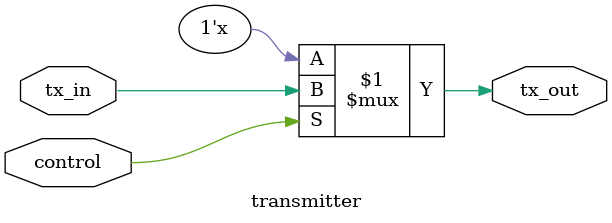
<source format=sv>
module transmitter
#(
	parameter WIDTH = 1
)
(
	input logic [WIDTH - 1:0] tx_in,
	input logic control,
	output logic [WIDTH - 1:0] tx_out
);

	// index variable
	genvar i;
	generate
		for(i = 0; i < WIDTH; i++)
		begin : tx_tri_states
			// primitive type for tri state buffer
			bufif1 (tx_out[i], tx_in[i], control);
		end
	endgenerate

endmodule

</source>
